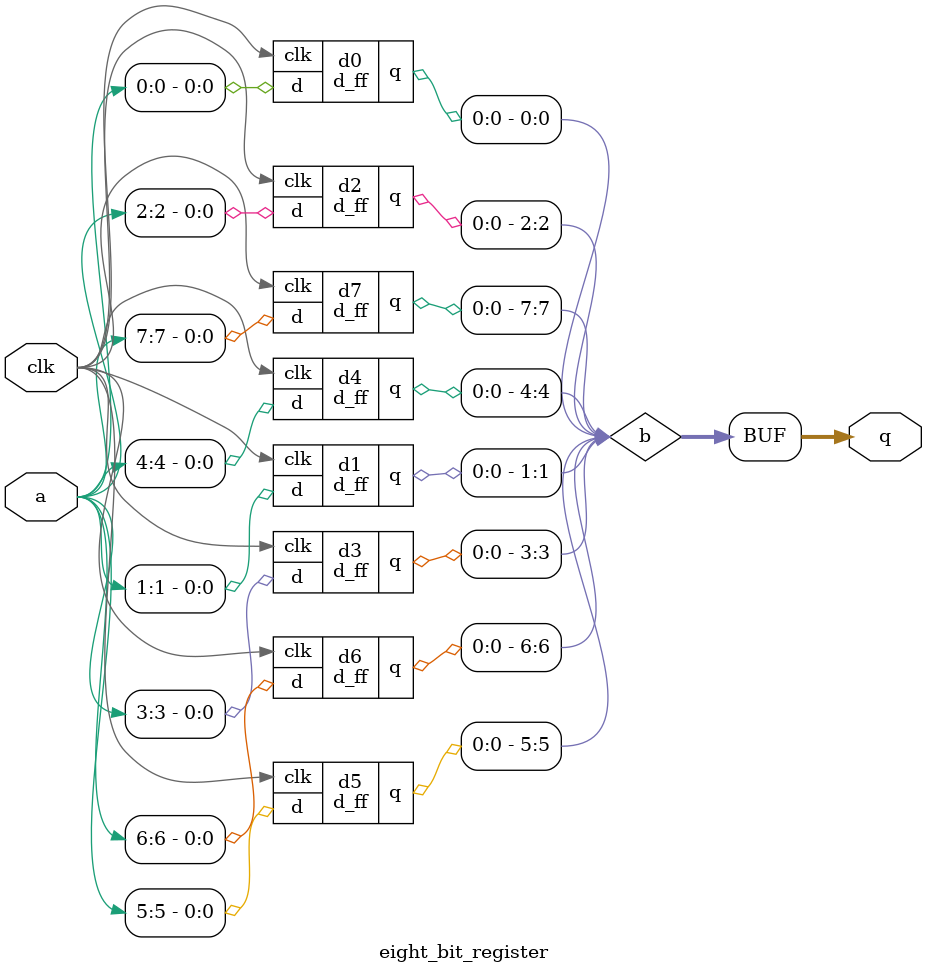
<source format=v>
module d_ff (input d, clk, output reg q);
  always @ (posedge clk)
  begin
    q <= d;
  end
endmodule

module eight_bit_register(input [7:0] a, input clk, output [7:0] q);
	wire [7:0] b;
	d_ff d0 (a[0], clk, b[0]);
	d_ff d1 (a[1], clk, b[1]);
	d_ff d2 (a[2], clk, b[2]);
	d_ff d3 (a[3], clk, b[3]);
	d_ff d4 (a[4], clk, b[4]);
	d_ff d5 (a[5], clk, b[5]);
	d_ff d6 (a[6], clk, b[6]);
	d_ff d7 (a[7], clk, b[7]);
	assign q = b;
endmodule

</source>
